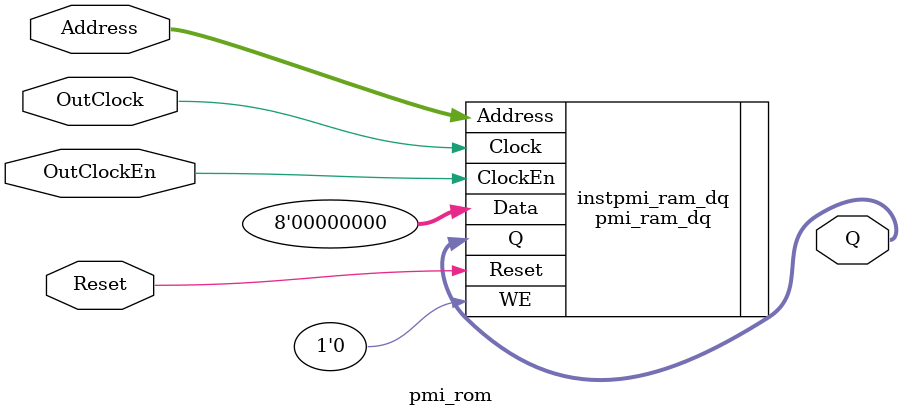
<source format=v>
/*
------------------------------------------------------------------------------
pmi_addr_depth              <integer>                                     512
pmi_addr_width              <integer>                                       9
pmi_data_width              <integer>                                      18
pmi_regmode               "reg"|"noreg"                                  "reg"
pmi_gsr                 "enable"|"disable"                           "disable"
pmi_resetmode             "async"|"sync"                                "sync"
pmi_optimization          "area"|"speed"                               "speed"
pmi_init_file               <string>                            valid mem file
pmi_init_file_format      "binary"|"hex"                              "binary"
pmi_family  "EC"|"XP"|"XP2"|"SC"|"SCM"|"ECP"|"ECP2"|"ECP2M"|"ECP3"|"ECP5U"|"ECP5UM"|"XO"|"XO2"|"LPTM"  "EC"
------------------------------------------------------------------------------
WARNING: Do not change the default parameters in this model. Parameter 
redefinition must be done using defparam or in-line (#) paramater 
redefinition in a top level file that instantiates this model.
 
*/
// fpga\verilog\pkg\versclibs\data\pmi\pmi_rom.v 1.14 20-FEB-2014 15:17:15 FGAO2

`timescale 1ns/1ps
module pmi_rom
  #(parameter pmi_addr_depth = 512,
    parameter pmi_addr_width = 9,
    parameter pmi_data_width = 8,
    parameter pmi_regmode = "reg",
    parameter pmi_gsr = "disable",
    parameter pmi_resetmode = "sync",
    parameter pmi_optimization = "speed",
    parameter pmi_init_file = "none",
    parameter pmi_init_file_format = "binary",
    parameter pmi_family = "EC",
    parameter module_type = "pmi_rom")

   (input [(pmi_addr_width-1):0]	Address,
    input OutClock,
    input OutClockEn,
    input Reset,
    output [(pmi_data_width-1):0] Q)/*synthesis syn_black_box*/;

//pragma translate_off
   pmi_ram_dq #(.pmi_addr_depth(pmi_addr_depth),
		.pmi_addr_width(pmi_addr_width),
		.pmi_data_width(pmi_data_width),
		.pmi_regmode(pmi_regmode),
		.pmi_gsr(pmi_gsr),
		.pmi_resetmode(pmi_resetmode),
		.pmi_init_file(pmi_init_file),
		.pmi_init_file_format(pmi_init_file_format),
		.pmi_family(pmi_family))
   instpmi_ram_dq (
		   .Data({pmi_data_width{1'b0}}),
		   .Address(Address),
		   .Clock(OutClock),
		   .ClockEn(OutClockEn),
		   .WE(1'b0),
		   .Reset(Reset),
		   .Q(Q));

//pragma translate_on

endmodule    


</source>
